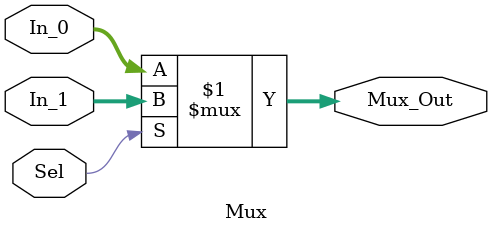
<source format=v>
`timescale 1ns / 1ps
module Mux(
    input Sel,
    input [31:0] In_0,
    input [31:0] In_1,
    output [31:0] Mux_Out
    );
    assign Mux_Out = Sel ? In_1 : In_0;
endmodule


</source>
